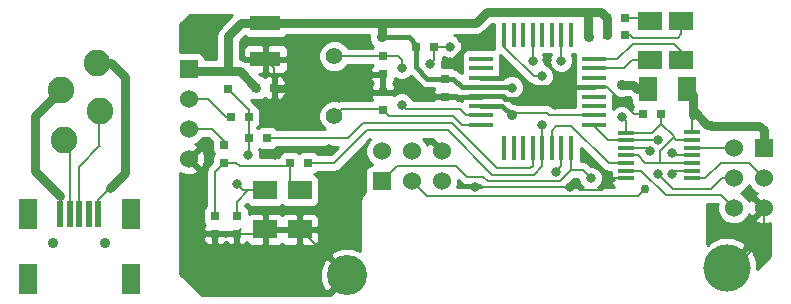
<source format=gtl>
G04 (created by PCBNEW-RS274X (2011-11-27 BZR 3249)-stable) date 17/09/2012 7:08:21 p.m.*
G01*
G70*
G90*
%MOIN*%
G04 Gerber Fmt 3.4, Leading zero omitted, Abs format*
%FSLAX34Y34*%
G04 APERTURE LIST*
%ADD10C,0.006000*%
%ADD11R,0.055000X0.017000*%
%ADD12R,0.078700X0.017700*%
%ADD13R,0.017700X0.078700*%
%ADD14C,0.035400*%
%ADD15R,0.059100X0.098400*%
%ADD16R,0.019700X0.090600*%
%ADD17C,0.088600*%
%ADD18C,0.157500*%
%ADD19C,0.133900*%
%ADD20C,0.056000*%
%ADD21R,0.060000X0.060000*%
%ADD22C,0.060000*%
%ADD23R,0.031500X0.025000*%
%ADD24R,0.080000X0.060000*%
%ADD25R,0.060000X0.080000*%
%ADD26R,0.100000X0.050000*%
%ADD27R,0.025000X0.031500*%
%ADD28C,0.035000*%
%ADD29C,0.031500*%
%ADD30C,0.030000*%
%ADD31C,0.030000*%
%ADD32C,0.015700*%
%ADD33C,0.008000*%
%ADD34C,0.010000*%
G04 APERTURE END LIST*
G54D10*
G54D11*
X21112Y-05063D03*
X21112Y-05313D03*
X21112Y-05573D03*
X21112Y-05823D03*
X21112Y-06083D03*
X21112Y-06338D03*
X21112Y-06593D03*
X23312Y-06593D03*
X23312Y-06338D03*
X23312Y-06083D03*
X23312Y-05823D03*
X23312Y-05568D03*
X23312Y-05313D03*
X23312Y-05058D03*
G54D12*
X16266Y-04806D03*
X16266Y-04491D03*
X16266Y-04176D03*
X16266Y-03861D03*
X16266Y-03546D03*
X16266Y-03231D03*
X16266Y-02916D03*
X16266Y-02601D03*
X20032Y-02603D03*
X20032Y-04813D03*
X20032Y-04493D03*
X20032Y-04173D03*
X20032Y-03863D03*
X20032Y-03543D03*
X20032Y-03233D03*
X20032Y-02913D03*
G54D13*
X17050Y-01813D03*
X17364Y-01813D03*
X17680Y-01813D03*
X17994Y-01813D03*
X18310Y-01813D03*
X18624Y-01813D03*
X18940Y-01813D03*
X19254Y-01813D03*
X17052Y-05593D03*
X17362Y-05593D03*
X17682Y-05593D03*
X17992Y-05593D03*
X18302Y-05593D03*
X18622Y-05593D03*
X18942Y-05593D03*
X19262Y-05593D03*
G54D14*
X03740Y-08760D03*
X02008Y-08760D03*
G54D15*
X04587Y-09941D03*
X01161Y-09941D03*
X04587Y-07776D03*
X01161Y-07776D03*
G54D16*
X02874Y-07776D03*
X02559Y-07776D03*
X02244Y-07776D03*
X03189Y-07776D03*
X03504Y-07776D03*
G54D17*
X02283Y-03644D03*
G54D18*
X24462Y-09573D03*
G54D19*
X11812Y-09823D03*
G54D20*
X11382Y-04523D03*
X11382Y-02523D03*
G54D21*
X12962Y-06683D03*
G54D22*
X12962Y-05683D03*
X13962Y-06683D03*
X13962Y-05683D03*
X14962Y-06683D03*
X14962Y-05683D03*
G54D21*
X06522Y-02943D03*
G54D22*
X06522Y-03943D03*
X06522Y-04943D03*
X06522Y-05943D03*
G54D17*
X02381Y-05317D03*
X03562Y-04333D03*
X03464Y-02758D03*
G54D23*
X07402Y-08433D03*
X07402Y-07833D03*
X08122Y-08433D03*
X08122Y-07833D03*
G54D24*
X09072Y-08293D03*
X09072Y-06993D03*
X10222Y-08293D03*
X10222Y-06993D03*
G54D25*
X21822Y-03613D03*
X23122Y-03613D03*
G54D24*
X22952Y-01343D03*
X22952Y-02643D03*
X21892Y-01343D03*
X21892Y-02643D03*
G54D21*
X25697Y-05575D03*
G54D22*
X24697Y-05575D03*
X25697Y-06575D03*
X24697Y-06575D03*
X25697Y-07575D03*
X24697Y-07575D03*
G54D26*
X09082Y-01413D03*
X09082Y-02613D03*
G54D27*
X21062Y-01233D03*
X20462Y-01233D03*
X21062Y-01803D03*
X20462Y-01803D03*
G54D23*
X07702Y-06063D03*
X07702Y-05463D03*
G54D27*
X08522Y-04543D03*
X07922Y-04543D03*
X10502Y-06073D03*
X09902Y-06073D03*
X09122Y-05243D03*
X08522Y-05243D03*
G54D23*
X13002Y-04313D03*
X13002Y-03713D03*
G54D27*
X08782Y-03563D03*
X09382Y-03563D03*
G54D23*
X07842Y-03023D03*
X07842Y-03623D03*
X12992Y-02523D03*
X12992Y-03123D03*
G54D27*
X14102Y-02213D03*
X14702Y-02213D03*
X22268Y-04449D03*
X21668Y-04449D03*
G54D23*
X15082Y-03263D03*
X15082Y-03863D03*
G54D28*
X19862Y-01873D03*
G54D29*
X17292Y-03563D03*
G54D28*
X12962Y-01893D03*
X20960Y-03489D03*
X17292Y-04493D03*
G54D29*
X20962Y-04553D03*
X18942Y-02673D03*
X18302Y-03183D03*
X18312Y-04823D03*
X22638Y-05748D03*
X19921Y-06575D03*
X18772Y-06363D03*
X22652Y-06433D03*
X14572Y-02763D03*
X18002Y-02673D03*
X15252Y-02203D03*
G54D30*
X21742Y-06933D03*
G54D29*
X22162Y-05323D03*
X20962Y-04043D03*
X19242Y-06883D03*
X15642Y-01953D03*
X15232Y-02723D03*
X11921Y-07855D03*
X09072Y-04303D03*
X20472Y-06593D03*
X18472Y-02653D03*
X17912Y-03543D03*
X16582Y-01953D03*
X09072Y-10143D03*
X07162Y-10133D03*
G54D28*
X14512Y-03853D03*
G54D29*
X07542Y-01383D03*
X06512Y-09453D03*
X18742Y-04133D03*
X06392Y-02173D03*
X11220Y-05623D03*
X06502Y-08063D03*
X16062Y-06873D03*
X09072Y-09053D03*
X10772Y-10123D03*
X06642Y-01403D03*
X09409Y-05812D03*
X08512Y-05803D03*
X08152Y-06793D03*
X21912Y-05683D03*
X22172Y-06453D03*
X13622Y-02914D03*
X13622Y-04134D03*
G54D31*
X07842Y-03023D02*
X06602Y-03023D01*
X09082Y-01413D02*
X12962Y-01413D01*
G54D32*
X17275Y-03546D02*
X17292Y-03563D01*
G54D31*
X19852Y-01033D02*
X19852Y-01863D01*
X06602Y-03023D02*
X06522Y-02943D01*
X16102Y-01413D02*
X16482Y-01033D01*
X08782Y-03563D02*
X08762Y-03563D01*
G54D32*
X14102Y-02895D02*
X14102Y-02213D01*
G54D31*
X20262Y-01033D02*
X20462Y-01233D01*
X20960Y-03489D02*
X21346Y-03489D01*
G54D32*
X16266Y-04176D02*
X16975Y-04176D01*
G54D31*
X08762Y-03563D02*
X08222Y-03023D01*
G54D32*
X14102Y-02213D02*
X14102Y-02134D01*
X14102Y-02134D02*
X13861Y-01893D01*
X14470Y-03263D02*
X14102Y-02895D01*
G54D33*
X17375Y-04410D02*
X17292Y-04493D01*
G54D32*
X13861Y-01893D02*
X12962Y-01893D01*
G54D33*
X18547Y-04493D02*
X18464Y-04410D01*
G54D32*
X16975Y-04176D02*
X17292Y-04493D01*
X15082Y-03263D02*
X14470Y-03263D01*
G54D33*
X20032Y-04493D02*
X18547Y-04493D01*
G54D31*
X21346Y-03489D02*
X21470Y-03613D01*
X07842Y-01853D02*
X08282Y-01413D01*
X20462Y-01233D02*
X20462Y-01803D01*
G54D33*
X18464Y-04410D02*
X17375Y-04410D01*
G54D31*
X12962Y-01413D02*
X16102Y-01413D01*
X16482Y-01033D02*
X19852Y-01033D01*
X08282Y-01413D02*
X09082Y-01413D01*
X07842Y-03023D02*
X07842Y-01853D01*
X12962Y-01413D02*
X12962Y-01893D01*
G54D32*
X16266Y-03546D02*
X17275Y-03546D01*
X15635Y-03546D02*
X16266Y-03546D01*
G54D31*
X19852Y-01033D02*
X20262Y-01033D01*
X08222Y-03023D02*
X07842Y-03023D01*
G54D32*
X15082Y-03263D02*
X15352Y-03263D01*
G54D31*
X19852Y-01863D02*
X19862Y-01873D01*
G54D32*
X15352Y-03263D02*
X15635Y-03546D01*
G54D31*
X21470Y-03613D02*
X21822Y-03613D01*
G54D33*
X22244Y-06083D02*
X22244Y-05670D01*
X21102Y-04693D02*
X21102Y-04693D01*
X18942Y-02673D02*
X18940Y-02671D01*
X22283Y-04464D02*
X22268Y-04449D01*
X21112Y-05823D02*
X21492Y-05823D01*
X21492Y-05823D02*
X21752Y-06083D01*
X21112Y-05063D02*
X21984Y-05063D01*
X21984Y-05063D02*
X22283Y-04764D01*
X22692Y-05173D02*
X22283Y-04764D01*
X22244Y-06083D02*
X23312Y-06083D01*
X21102Y-04693D02*
X20962Y-04553D01*
X22692Y-05222D02*
X22692Y-05243D01*
X21112Y-05063D02*
X21112Y-04703D01*
X18940Y-02671D02*
X18940Y-01813D01*
X22192Y-06083D02*
X22244Y-06083D01*
X21752Y-06083D02*
X22192Y-06083D01*
X21112Y-04703D02*
X21102Y-04693D01*
X22692Y-05243D02*
X22762Y-05313D01*
X22283Y-04764D02*
X22283Y-04464D01*
X22244Y-05670D02*
X22692Y-05222D01*
X22762Y-05313D02*
X23312Y-05313D01*
X22283Y-04764D02*
X22272Y-04753D01*
X22692Y-05243D02*
X22692Y-05173D01*
X17050Y-02211D02*
X18022Y-03183D01*
X18022Y-03183D02*
X18302Y-03183D01*
X18302Y-06193D02*
X18302Y-05593D01*
X15182Y-04993D02*
X12462Y-04993D01*
X18302Y-04833D02*
X18302Y-05593D01*
X15182Y-04993D02*
X16652Y-06463D01*
X16652Y-06463D02*
X18032Y-06463D01*
X12462Y-04993D02*
X11382Y-06073D01*
X18312Y-04823D02*
X18302Y-04833D01*
X18032Y-06463D02*
X18302Y-06193D01*
X17050Y-01813D02*
X17050Y-02211D01*
X10502Y-06073D02*
X11382Y-06073D01*
X15302Y-04743D02*
X12322Y-04743D01*
X09122Y-05243D02*
X11822Y-05243D01*
X17912Y-06253D02*
X17992Y-06173D01*
X16812Y-06253D02*
X17912Y-06253D01*
X16812Y-06253D02*
X15302Y-04743D01*
X12322Y-04743D02*
X11822Y-05243D01*
X17992Y-06173D02*
X17992Y-05593D01*
X19659Y-06313D02*
X19262Y-06313D01*
X15442Y-06173D02*
X13472Y-06173D01*
X23312Y-05823D02*
X23302Y-05833D01*
X15802Y-06533D02*
X15442Y-06173D01*
X19659Y-06313D02*
X19921Y-06575D01*
X16352Y-06533D02*
X16492Y-06673D01*
X12962Y-06683D02*
X13472Y-06173D01*
X19262Y-06313D02*
X19262Y-05593D01*
X18902Y-06673D02*
X19262Y-06313D01*
X15802Y-06533D02*
X16352Y-06533D01*
X22713Y-05823D02*
X23312Y-05823D01*
X22713Y-05823D02*
X22638Y-05748D01*
X16492Y-06673D02*
X18902Y-06673D01*
X19262Y-06323D02*
X19262Y-06313D01*
X22747Y-06338D02*
X22652Y-06433D01*
X23312Y-06338D02*
X22747Y-06338D01*
X18942Y-06193D02*
X18942Y-05593D01*
X18772Y-06363D02*
X18942Y-06193D01*
X18002Y-02673D02*
X17994Y-02665D01*
X15242Y-02213D02*
X15252Y-02203D01*
X17994Y-01813D02*
X17994Y-02665D01*
X15242Y-02213D02*
X14702Y-02213D01*
X14702Y-02633D02*
X14702Y-02213D01*
X14572Y-02763D02*
X14702Y-02633D01*
X18622Y-05593D02*
X18622Y-05003D01*
X20522Y-06083D02*
X21112Y-06083D01*
X18782Y-04843D02*
X19282Y-04843D01*
X19282Y-04843D02*
X20522Y-06083D01*
X18622Y-05003D02*
X18782Y-04843D01*
X20032Y-04843D02*
X20502Y-05313D01*
X20032Y-04843D02*
X20032Y-04813D01*
X21456Y-07183D02*
X21492Y-07183D01*
X21456Y-07183D02*
X14462Y-07183D01*
X22152Y-05313D02*
X22162Y-05323D01*
X21112Y-05313D02*
X20502Y-05313D01*
X22162Y-05323D02*
X21122Y-05323D01*
X21492Y-07183D02*
X21742Y-06933D01*
X13962Y-06683D02*
X14462Y-07183D01*
X21122Y-05323D02*
X21112Y-05313D01*
X20472Y-06813D02*
X20472Y-06593D01*
X08122Y-08433D02*
X08932Y-08433D01*
X14512Y-03853D02*
X14512Y-03863D01*
X19476Y-06883D02*
X19586Y-06993D01*
G54D32*
X17518Y-03937D02*
X17912Y-03543D01*
G54D33*
X25700Y-08575D02*
X25712Y-08563D01*
X20292Y-06993D02*
X20472Y-06813D01*
X21368Y-04449D02*
X20962Y-04043D01*
X09072Y-10143D02*
X09092Y-10123D01*
X17902Y-03553D02*
X17902Y-03533D01*
X20462Y-03543D02*
X20962Y-04043D01*
X06472Y-08033D02*
X06472Y-08013D01*
X06892Y-08433D02*
X06522Y-08063D01*
G54D32*
X17088Y-03111D02*
X17480Y-03111D01*
X15432Y-03863D02*
X16264Y-03863D01*
X16968Y-03231D02*
X17088Y-03111D01*
G54D33*
X20462Y-03543D02*
X20032Y-03543D01*
X14052Y-03863D02*
X13902Y-03713D01*
X09072Y-08293D02*
X08922Y-08443D01*
X09532Y-03713D02*
X09382Y-03563D01*
X07402Y-08433D02*
X08122Y-08433D01*
X19242Y-06883D02*
X19476Y-06883D01*
G54D32*
X17480Y-03111D02*
X17912Y-03543D01*
G54D33*
X12982Y-03133D02*
X12992Y-03123D01*
X13002Y-03133D02*
X12992Y-03123D01*
G54D32*
X15082Y-03863D02*
X15432Y-03863D01*
G54D33*
X20472Y-06593D02*
X21112Y-06593D01*
X11141Y-05544D02*
X09677Y-05544D01*
X10222Y-08293D02*
X11483Y-08293D01*
X06512Y-09483D02*
X06512Y-09453D01*
X09382Y-02913D02*
X09082Y-02613D01*
X07162Y-10133D02*
X06512Y-09483D01*
X13002Y-03713D02*
X09532Y-03713D01*
G54D32*
X16266Y-03231D02*
X16968Y-03231D01*
G54D33*
X24462Y-09573D02*
X24702Y-09573D01*
G54D32*
X16266Y-03861D02*
X17010Y-03861D01*
G54D33*
X15642Y-02313D02*
X15642Y-01953D01*
X10412Y-08293D02*
X10222Y-08293D01*
X21668Y-04449D02*
X21368Y-04449D01*
X15232Y-02723D02*
X15642Y-02313D01*
X13902Y-03713D02*
X13002Y-03713D01*
X07402Y-08433D02*
X06892Y-08433D01*
X09382Y-03563D02*
X09382Y-02913D01*
X09072Y-08293D02*
X09072Y-09053D01*
X08122Y-08433D02*
X08262Y-08293D01*
X24702Y-09573D02*
X25700Y-08575D01*
X13002Y-03713D02*
X13002Y-03133D01*
X08932Y-08433D02*
X09072Y-08293D01*
X11812Y-09823D02*
X11752Y-09823D01*
X25700Y-07578D02*
X25697Y-07575D01*
X06392Y-02173D02*
X06642Y-01923D01*
X06642Y-01923D02*
X06642Y-01403D01*
X17912Y-03543D02*
X17902Y-03533D01*
X09322Y-04053D02*
X09322Y-03623D01*
X11483Y-08293D02*
X11921Y-07855D01*
X25700Y-07578D02*
X25697Y-07575D01*
X09677Y-05544D02*
X09409Y-05812D01*
G54D32*
X17010Y-03861D02*
X17086Y-03937D01*
G54D33*
X09322Y-03623D02*
X09382Y-03563D01*
X19586Y-06993D02*
X20292Y-06993D01*
X19242Y-06883D02*
X16072Y-06883D01*
X25700Y-08575D02*
X25700Y-07578D01*
X06502Y-08063D02*
X06472Y-08033D01*
X11220Y-05623D02*
X11141Y-05544D01*
X14512Y-03863D02*
X14052Y-03863D01*
X16072Y-06883D02*
X16062Y-06873D01*
G54D32*
X17086Y-03937D02*
X17518Y-03937D01*
G54D33*
X11752Y-09823D02*
X10222Y-08293D01*
G54D32*
X20032Y-03543D02*
X17912Y-03543D01*
G54D33*
X09072Y-08293D02*
X10222Y-08293D01*
X09072Y-04303D02*
X09322Y-04053D01*
X09092Y-10123D02*
X10772Y-10123D01*
X15082Y-03863D02*
X14512Y-03863D01*
G54D32*
X16264Y-03863D02*
X16266Y-03861D01*
G54D33*
X21294Y-02643D02*
X21892Y-02643D01*
X20032Y-02913D02*
X21024Y-02913D01*
X21024Y-02913D02*
X21294Y-02643D01*
X08352Y-06993D02*
X09072Y-06993D01*
X08522Y-05243D02*
X08522Y-05793D01*
X08492Y-06993D02*
X09072Y-06993D01*
X08522Y-05243D02*
X08522Y-04543D01*
X08522Y-04303D02*
X07842Y-03623D01*
X08152Y-06793D02*
X08352Y-06993D01*
X08122Y-07363D02*
X08492Y-06993D01*
X08522Y-04543D02*
X08522Y-04303D01*
X08522Y-05793D02*
X08512Y-05803D01*
X08122Y-07833D02*
X08122Y-07363D01*
X07702Y-05463D02*
X07702Y-05353D01*
X07292Y-04943D02*
X06522Y-04943D01*
X07702Y-05353D02*
X07292Y-04943D01*
X07922Y-04543D02*
X07772Y-04543D01*
X07172Y-03943D02*
X06522Y-03943D01*
X07772Y-04543D02*
X07172Y-03943D01*
X24291Y-07169D02*
X24697Y-07575D01*
X24292Y-07153D02*
X24291Y-07153D01*
X21612Y-06338D02*
X21112Y-06338D01*
X24291Y-07153D02*
X24291Y-07169D01*
X24291Y-07153D02*
X22427Y-07153D01*
X22427Y-07153D02*
X21612Y-06338D01*
X23312Y-05568D02*
X24690Y-05568D01*
X24690Y-05568D02*
X24697Y-05575D01*
X23319Y-05575D02*
X23312Y-05568D01*
X21802Y-05573D02*
X21112Y-05573D01*
X23922Y-06943D02*
X22662Y-06943D01*
X22662Y-06943D02*
X22172Y-06453D01*
X24291Y-06574D02*
X24696Y-06574D01*
X21802Y-05573D02*
X21912Y-05683D01*
X24291Y-06574D02*
X23922Y-06943D01*
X24292Y-06573D02*
X24291Y-06574D01*
X24696Y-06574D02*
X24697Y-06575D01*
X23752Y-06593D02*
X24272Y-06073D01*
X23312Y-06593D02*
X23752Y-06593D01*
X25197Y-06075D02*
X25697Y-06575D01*
X25197Y-06073D02*
X25197Y-06075D01*
X25197Y-06073D02*
X25212Y-06073D01*
X24272Y-06073D02*
X25197Y-06073D01*
X09902Y-06673D02*
X10222Y-06993D01*
X09792Y-06183D02*
X09902Y-06073D01*
X09902Y-06073D02*
X09902Y-06673D01*
X07702Y-06063D02*
X08112Y-06063D01*
X08232Y-06183D02*
X09792Y-06183D01*
X07402Y-07833D02*
X07402Y-06363D01*
X08112Y-06063D02*
X08232Y-06183D01*
X07402Y-06363D02*
X07702Y-06063D01*
X21062Y-01233D02*
X21782Y-01233D01*
X21782Y-01233D02*
X21892Y-01343D01*
X02244Y-07776D02*
X02244Y-07167D01*
G54D31*
X01416Y-04511D02*
X02283Y-03644D01*
X01416Y-06339D02*
X01416Y-04511D01*
X02243Y-07166D02*
X01416Y-06339D01*
G54D33*
X02244Y-07167D02*
X02243Y-07166D01*
X03553Y-04342D02*
X03562Y-04333D01*
X03553Y-05523D02*
X03553Y-04342D01*
X03553Y-05523D02*
X03562Y-05514D01*
X02874Y-06202D02*
X02873Y-06203D01*
X02893Y-06183D02*
X03553Y-05523D01*
X02873Y-06203D02*
X02893Y-06183D01*
X02874Y-07776D02*
X02874Y-06202D01*
G54D31*
X03938Y-02758D02*
X03464Y-02758D01*
X04408Y-03228D02*
X03938Y-02758D01*
X04408Y-03504D02*
X04408Y-03228D01*
X04408Y-03465D02*
X04408Y-03504D01*
G54D33*
X03504Y-07322D02*
X03917Y-06909D01*
G54D31*
X04408Y-06418D02*
X04408Y-03504D01*
X03917Y-06909D02*
X04408Y-06418D01*
G54D33*
X03504Y-07776D02*
X03504Y-07322D01*
X15562Y-04283D02*
X13771Y-04283D01*
X13012Y-02543D02*
X12992Y-02523D01*
X13622Y-02639D02*
X13622Y-02914D01*
X13771Y-04283D02*
X13622Y-04134D01*
X13506Y-02523D02*
X13622Y-02639D01*
X16266Y-04491D02*
X15770Y-04491D01*
X11382Y-02523D02*
X12992Y-02523D01*
X15770Y-04491D02*
X15562Y-04283D01*
X13506Y-02523D02*
X12992Y-02523D01*
X02558Y-05494D02*
X02381Y-05317D01*
X02558Y-05494D02*
X02381Y-05317D01*
X02559Y-05495D02*
X02381Y-05317D01*
X02559Y-07776D02*
X02559Y-05495D01*
X22952Y-02643D02*
X22952Y-02343D01*
X20042Y-02613D02*
X20032Y-02603D01*
X22712Y-02103D02*
X22952Y-02343D01*
X20812Y-02613D02*
X20042Y-02613D01*
X21322Y-02103D02*
X22712Y-02103D01*
X21322Y-02103D02*
X20812Y-02613D01*
X22822Y-01903D02*
X22952Y-01773D01*
X22952Y-01773D02*
X22952Y-01343D01*
X21062Y-01803D02*
X21232Y-01803D01*
X21332Y-01903D02*
X22822Y-01903D01*
X21232Y-01803D02*
X21332Y-01903D01*
X15342Y-04503D02*
X13192Y-04503D01*
X11642Y-04263D02*
X12952Y-04263D01*
X13192Y-04503D02*
X13002Y-04313D01*
X12952Y-04263D02*
X13002Y-04313D01*
X16266Y-04806D02*
X15645Y-04806D01*
X15645Y-04806D02*
X15342Y-04503D01*
X11382Y-04523D02*
X11642Y-04263D01*
G54D31*
X23922Y-04804D02*
X23819Y-04804D01*
X23819Y-04804D02*
X23322Y-04307D01*
G54D33*
X23312Y-05058D02*
X23312Y-04473D01*
X23312Y-04473D02*
X23322Y-04463D01*
X23322Y-04463D02*
X23312Y-04473D01*
G54D31*
X23322Y-04463D02*
X23322Y-04307D01*
X23322Y-04307D02*
X23322Y-03813D01*
X23322Y-03813D02*
X23122Y-03613D01*
G54D33*
X23312Y-04473D02*
X23322Y-04463D01*
G54D31*
X25541Y-04833D02*
X25697Y-04989D01*
X23922Y-04833D02*
X23922Y-04804D01*
X23922Y-04804D02*
X23922Y-04803D01*
G54D33*
X23912Y-04833D02*
X23922Y-04833D01*
G54D31*
X23922Y-04833D02*
X25541Y-04833D01*
X25697Y-04989D02*
X25697Y-05575D01*
G54D10*
G36*
X07981Y-01148D02*
X07559Y-01570D01*
X07472Y-01700D01*
X07442Y-01853D01*
X07442Y-02623D01*
X07071Y-02623D01*
X07071Y-02594D01*
X07033Y-02502D01*
X06963Y-02432D01*
X06872Y-02394D01*
X06773Y-02394D01*
X06250Y-02394D01*
X06250Y-01458D01*
X06560Y-01148D01*
X07981Y-01148D01*
X07981Y-01148D01*
G37*
G54D34*
X07981Y-01148D02*
X07559Y-01570D01*
X07472Y-01700D01*
X07442Y-01853D01*
X07442Y-02623D01*
X07071Y-02623D01*
X07071Y-02594D01*
X07033Y-02502D01*
X06963Y-02432D01*
X06872Y-02394D01*
X06773Y-02394D01*
X06250Y-02394D01*
X06250Y-01458D01*
X06560Y-01148D01*
X07981Y-01148D01*
G54D10*
G36*
X11512Y-05533D02*
X11262Y-05783D01*
X10841Y-05783D01*
X10838Y-05775D01*
X10768Y-05705D01*
X10677Y-05667D01*
X10578Y-05667D01*
X10328Y-05667D01*
X10236Y-05705D01*
X10202Y-05739D01*
X10168Y-05705D01*
X10077Y-05667D01*
X09978Y-05667D01*
X09728Y-05667D01*
X09636Y-05705D01*
X09566Y-05775D01*
X09528Y-05866D01*
X09528Y-05893D01*
X08914Y-05893D01*
X08918Y-05884D01*
X08918Y-05723D01*
X08874Y-05618D01*
X08947Y-05649D01*
X09046Y-05649D01*
X09296Y-05649D01*
X09388Y-05611D01*
X09458Y-05541D01*
X09461Y-05533D01*
X11512Y-05533D01*
X11512Y-05533D01*
G37*
G54D34*
X11512Y-05533D02*
X11262Y-05783D01*
X10841Y-05783D01*
X10838Y-05775D01*
X10768Y-05705D01*
X10677Y-05667D01*
X10578Y-05667D01*
X10328Y-05667D01*
X10236Y-05705D01*
X10202Y-05739D01*
X10168Y-05705D01*
X10077Y-05667D01*
X09978Y-05667D01*
X09728Y-05667D01*
X09636Y-05705D01*
X09566Y-05775D01*
X09528Y-05866D01*
X09528Y-05893D01*
X08914Y-05893D01*
X08918Y-05884D01*
X08918Y-05723D01*
X08874Y-05618D01*
X08947Y-05649D01*
X09046Y-05649D01*
X09296Y-05649D01*
X09388Y-05611D01*
X09458Y-05541D01*
X09461Y-05533D01*
X11512Y-05533D01*
G54D10*
G36*
X12637Y-06134D02*
X12613Y-06134D01*
X12521Y-06172D01*
X12451Y-06242D01*
X12413Y-06333D01*
X12413Y-06432D01*
X12413Y-07032D01*
X12420Y-07050D01*
X12332Y-07109D01*
X12262Y-07215D01*
X12237Y-07339D01*
X12237Y-09022D01*
X11977Y-08919D01*
X11619Y-08924D01*
X11313Y-09052D01*
X11243Y-09183D01*
X11777Y-09717D01*
X11812Y-09752D01*
X11883Y-09823D01*
X11812Y-09894D01*
X11777Y-09929D01*
X11741Y-09965D01*
X11741Y-09823D01*
X11172Y-09254D01*
X11041Y-09324D01*
X10908Y-09658D01*
X10913Y-10016D01*
X11041Y-10322D01*
X11172Y-10392D01*
X11741Y-09823D01*
X11741Y-09965D01*
X11243Y-10463D01*
X11256Y-10488D01*
X10872Y-10488D01*
X10872Y-08405D01*
X10872Y-08181D01*
X10871Y-07944D01*
X10833Y-07852D01*
X10763Y-07782D01*
X10672Y-07744D01*
X10573Y-07744D01*
X10334Y-07743D01*
X10272Y-07805D01*
X10272Y-08243D01*
X10810Y-08243D01*
X10872Y-08181D01*
X10872Y-08405D01*
X10810Y-08343D01*
X10272Y-08343D01*
X10272Y-08781D01*
X10334Y-08843D01*
X10573Y-08842D01*
X10672Y-08842D01*
X10763Y-08804D01*
X10833Y-08734D01*
X10871Y-08642D01*
X10872Y-08405D01*
X10872Y-10488D01*
X10172Y-10488D01*
X10172Y-08781D01*
X10172Y-08343D01*
X10172Y-08243D01*
X10172Y-07805D01*
X10110Y-07743D01*
X09871Y-07744D01*
X09772Y-07744D01*
X09681Y-07782D01*
X09647Y-07816D01*
X09613Y-07782D01*
X09522Y-07744D01*
X09423Y-07744D01*
X09184Y-07743D01*
X09122Y-07805D01*
X09122Y-08243D01*
X09634Y-08243D01*
X09660Y-08243D01*
X10172Y-08243D01*
X10172Y-08343D01*
X09660Y-08343D01*
X09634Y-08343D01*
X09122Y-08343D01*
X09122Y-08781D01*
X09184Y-08843D01*
X09423Y-08842D01*
X09522Y-08842D01*
X09613Y-08804D01*
X09647Y-08770D01*
X09681Y-08804D01*
X09772Y-08842D01*
X09871Y-08842D01*
X10110Y-08843D01*
X10172Y-08781D01*
X10172Y-10488D01*
X08072Y-10488D01*
X08072Y-08746D01*
X08072Y-08483D01*
X07777Y-08483D01*
X07762Y-08498D01*
X07747Y-08483D01*
X07452Y-08483D01*
X07452Y-08746D01*
X07513Y-08807D01*
X07609Y-08807D01*
X07700Y-08769D01*
X07762Y-08707D01*
X07824Y-08769D01*
X07915Y-08807D01*
X08011Y-08807D01*
X08072Y-08746D01*
X08072Y-10488D01*
X07352Y-10488D01*
X07352Y-08746D01*
X07352Y-08483D01*
X07057Y-08483D01*
X06995Y-08545D01*
X06996Y-08607D01*
X07034Y-08699D01*
X07104Y-08769D01*
X07195Y-08807D01*
X07291Y-08807D01*
X07352Y-08746D01*
X07352Y-10488D01*
X06966Y-10488D01*
X06250Y-09771D01*
X06250Y-06418D01*
X06443Y-06486D01*
X06656Y-06475D01*
X06803Y-06415D01*
X06830Y-06321D01*
X06557Y-06049D01*
X06522Y-06014D01*
X06451Y-05943D01*
X06522Y-05872D01*
X06557Y-05837D01*
X06830Y-05565D01*
X06803Y-05471D01*
X06737Y-05447D01*
X06833Y-05408D01*
X06987Y-05254D01*
X06995Y-05233D01*
X07172Y-05233D01*
X07296Y-05357D01*
X07296Y-05387D01*
X07296Y-05637D01*
X07334Y-05729D01*
X07368Y-05763D01*
X07334Y-05797D01*
X07296Y-05888D01*
X07296Y-05987D01*
X07296Y-06059D01*
X07197Y-06158D01*
X07134Y-06252D01*
X07112Y-06363D01*
X07112Y-07493D01*
X07104Y-07497D01*
X07065Y-07536D01*
X07065Y-06022D01*
X07054Y-05809D01*
X06994Y-05662D01*
X06900Y-05635D01*
X06593Y-05943D01*
X06900Y-06251D01*
X06994Y-06224D01*
X07065Y-06022D01*
X07065Y-07536D01*
X07034Y-07567D01*
X06996Y-07658D01*
X06996Y-07757D01*
X06996Y-08007D01*
X07034Y-08099D01*
X07068Y-08133D01*
X07034Y-08167D01*
X06996Y-08259D01*
X06995Y-08321D01*
X07057Y-08383D01*
X07302Y-08383D01*
X07352Y-08383D01*
X07452Y-08383D01*
X07502Y-08383D01*
X07747Y-08383D01*
X07762Y-08368D01*
X07777Y-08383D01*
X08022Y-08383D01*
X08072Y-08383D01*
X08172Y-08383D01*
X08172Y-08483D01*
X08172Y-08533D01*
X08172Y-08746D01*
X08233Y-08807D01*
X08329Y-08807D01*
X08420Y-08769D01*
X08459Y-08729D01*
X08461Y-08734D01*
X08531Y-08804D01*
X08622Y-08842D01*
X08721Y-08842D01*
X08960Y-08843D01*
X09022Y-08781D01*
X09022Y-08393D01*
X09022Y-08343D01*
X09022Y-08243D01*
X09022Y-08193D01*
X09022Y-07805D01*
X08960Y-07743D01*
X08721Y-07744D01*
X08622Y-07744D01*
X08531Y-07782D01*
X08528Y-07785D01*
X08528Y-07659D01*
X08490Y-07567D01*
X08420Y-07497D01*
X08412Y-07493D01*
X08412Y-07483D01*
X08461Y-07434D01*
X08531Y-07504D01*
X08622Y-07542D01*
X08721Y-07542D01*
X09521Y-07542D01*
X09613Y-07504D01*
X09647Y-07470D01*
X09681Y-07504D01*
X09772Y-07542D01*
X09871Y-07542D01*
X10671Y-07542D01*
X10763Y-07504D01*
X10833Y-07434D01*
X10871Y-07343D01*
X10871Y-07244D01*
X10871Y-06644D01*
X10833Y-06552D01*
X10763Y-06482D01*
X10716Y-06462D01*
X10768Y-06441D01*
X10838Y-06371D01*
X10841Y-06363D01*
X11382Y-06363D01*
X11493Y-06341D01*
X11587Y-06278D01*
X12582Y-05283D01*
X12586Y-05283D01*
X12497Y-05372D01*
X12413Y-05574D01*
X12413Y-05792D01*
X12497Y-05994D01*
X12637Y-06134D01*
X12637Y-06134D01*
G37*
G54D34*
X12637Y-06134D02*
X12613Y-06134D01*
X12521Y-06172D01*
X12451Y-06242D01*
X12413Y-06333D01*
X12413Y-06432D01*
X12413Y-07032D01*
X12420Y-07050D01*
X12332Y-07109D01*
X12262Y-07215D01*
X12237Y-07339D01*
X12237Y-09022D01*
X11977Y-08919D01*
X11619Y-08924D01*
X11313Y-09052D01*
X11243Y-09183D01*
X11777Y-09717D01*
X11812Y-09752D01*
X11883Y-09823D01*
X11812Y-09894D01*
X11777Y-09929D01*
X11741Y-09965D01*
X11741Y-09823D01*
X11172Y-09254D01*
X11041Y-09324D01*
X10908Y-09658D01*
X10913Y-10016D01*
X11041Y-10322D01*
X11172Y-10392D01*
X11741Y-09823D01*
X11741Y-09965D01*
X11243Y-10463D01*
X11256Y-10488D01*
X10872Y-10488D01*
X10872Y-08405D01*
X10872Y-08181D01*
X10871Y-07944D01*
X10833Y-07852D01*
X10763Y-07782D01*
X10672Y-07744D01*
X10573Y-07744D01*
X10334Y-07743D01*
X10272Y-07805D01*
X10272Y-08243D01*
X10810Y-08243D01*
X10872Y-08181D01*
X10872Y-08405D01*
X10810Y-08343D01*
X10272Y-08343D01*
X10272Y-08781D01*
X10334Y-08843D01*
X10573Y-08842D01*
X10672Y-08842D01*
X10763Y-08804D01*
X10833Y-08734D01*
X10871Y-08642D01*
X10872Y-08405D01*
X10872Y-10488D01*
X10172Y-10488D01*
X10172Y-08781D01*
X10172Y-08343D01*
X10172Y-08243D01*
X10172Y-07805D01*
X10110Y-07743D01*
X09871Y-07744D01*
X09772Y-07744D01*
X09681Y-07782D01*
X09647Y-07816D01*
X09613Y-07782D01*
X09522Y-07744D01*
X09423Y-07744D01*
X09184Y-07743D01*
X09122Y-07805D01*
X09122Y-08243D01*
X09634Y-08243D01*
X09660Y-08243D01*
X10172Y-08243D01*
X10172Y-08343D01*
X09660Y-08343D01*
X09634Y-08343D01*
X09122Y-08343D01*
X09122Y-08781D01*
X09184Y-08843D01*
X09423Y-08842D01*
X09522Y-08842D01*
X09613Y-08804D01*
X09647Y-08770D01*
X09681Y-08804D01*
X09772Y-08842D01*
X09871Y-08842D01*
X10110Y-08843D01*
X10172Y-08781D01*
X10172Y-10488D01*
X08072Y-10488D01*
X08072Y-08746D01*
X08072Y-08483D01*
X07777Y-08483D01*
X07762Y-08498D01*
X07747Y-08483D01*
X07452Y-08483D01*
X07452Y-08746D01*
X07513Y-08807D01*
X07609Y-08807D01*
X07700Y-08769D01*
X07762Y-08707D01*
X07824Y-08769D01*
X07915Y-08807D01*
X08011Y-08807D01*
X08072Y-08746D01*
X08072Y-10488D01*
X07352Y-10488D01*
X07352Y-08746D01*
X07352Y-08483D01*
X07057Y-08483D01*
X06995Y-08545D01*
X06996Y-08607D01*
X07034Y-08699D01*
X07104Y-08769D01*
X07195Y-08807D01*
X07291Y-08807D01*
X07352Y-08746D01*
X07352Y-10488D01*
X06966Y-10488D01*
X06250Y-09771D01*
X06250Y-06418D01*
X06443Y-06486D01*
X06656Y-06475D01*
X06803Y-06415D01*
X06830Y-06321D01*
X06557Y-06049D01*
X06522Y-06014D01*
X06451Y-05943D01*
X06522Y-05872D01*
X06557Y-05837D01*
X06830Y-05565D01*
X06803Y-05471D01*
X06737Y-05447D01*
X06833Y-05408D01*
X06987Y-05254D01*
X06995Y-05233D01*
X07172Y-05233D01*
X07296Y-05357D01*
X07296Y-05387D01*
X07296Y-05637D01*
X07334Y-05729D01*
X07368Y-05763D01*
X07334Y-05797D01*
X07296Y-05888D01*
X07296Y-05987D01*
X07296Y-06059D01*
X07197Y-06158D01*
X07134Y-06252D01*
X07112Y-06363D01*
X07112Y-07493D01*
X07104Y-07497D01*
X07065Y-07536D01*
X07065Y-06022D01*
X07054Y-05809D01*
X06994Y-05662D01*
X06900Y-05635D01*
X06593Y-05943D01*
X06900Y-06251D01*
X06994Y-06224D01*
X07065Y-06022D01*
X07065Y-07536D01*
X07034Y-07567D01*
X06996Y-07658D01*
X06996Y-07757D01*
X06996Y-08007D01*
X07034Y-08099D01*
X07068Y-08133D01*
X07034Y-08167D01*
X06996Y-08259D01*
X06995Y-08321D01*
X07057Y-08383D01*
X07302Y-08383D01*
X07352Y-08383D01*
X07452Y-08383D01*
X07502Y-08383D01*
X07747Y-08383D01*
X07762Y-08368D01*
X07777Y-08383D01*
X08022Y-08383D01*
X08072Y-08383D01*
X08172Y-08383D01*
X08172Y-08483D01*
X08172Y-08533D01*
X08172Y-08746D01*
X08233Y-08807D01*
X08329Y-08807D01*
X08420Y-08769D01*
X08459Y-08729D01*
X08461Y-08734D01*
X08531Y-08804D01*
X08622Y-08842D01*
X08721Y-08842D01*
X08960Y-08843D01*
X09022Y-08781D01*
X09022Y-08393D01*
X09022Y-08343D01*
X09022Y-08243D01*
X09022Y-08193D01*
X09022Y-07805D01*
X08960Y-07743D01*
X08721Y-07744D01*
X08622Y-07744D01*
X08531Y-07782D01*
X08528Y-07785D01*
X08528Y-07659D01*
X08490Y-07567D01*
X08420Y-07497D01*
X08412Y-07493D01*
X08412Y-07483D01*
X08461Y-07434D01*
X08531Y-07504D01*
X08622Y-07542D01*
X08721Y-07542D01*
X09521Y-07542D01*
X09613Y-07504D01*
X09647Y-07470D01*
X09681Y-07504D01*
X09772Y-07542D01*
X09871Y-07542D01*
X10671Y-07542D01*
X10763Y-07504D01*
X10833Y-07434D01*
X10871Y-07343D01*
X10871Y-07244D01*
X10871Y-06644D01*
X10833Y-06552D01*
X10763Y-06482D01*
X10716Y-06462D01*
X10768Y-06441D01*
X10838Y-06371D01*
X10841Y-06363D01*
X11382Y-06363D01*
X11493Y-06341D01*
X11587Y-06278D01*
X12582Y-05283D01*
X12586Y-05283D01*
X12497Y-05372D01*
X12413Y-05574D01*
X12413Y-05792D01*
X12497Y-05994D01*
X12637Y-06134D01*
G54D10*
G36*
X15033Y-05683D02*
X14962Y-05754D01*
X14891Y-05683D01*
X14856Y-05648D01*
X14584Y-05375D01*
X14490Y-05402D01*
X14466Y-05467D01*
X14427Y-05372D01*
X14338Y-05283D01*
X14660Y-05283D01*
X14654Y-05305D01*
X14927Y-05577D01*
X14962Y-05612D01*
X15033Y-05683D01*
X15033Y-05683D01*
G37*
G54D34*
X15033Y-05683D02*
X14962Y-05754D01*
X14891Y-05683D01*
X14856Y-05648D01*
X14584Y-05375D01*
X14490Y-05402D01*
X14466Y-05467D01*
X14427Y-05372D01*
X14338Y-05283D01*
X14660Y-05283D01*
X14654Y-05305D01*
X14927Y-05577D01*
X14962Y-05612D01*
X15033Y-05683D01*
G54D10*
G36*
X15629Y-03961D02*
X15624Y-03966D01*
X15624Y-03999D01*
X15626Y-04005D01*
X15562Y-03993D01*
X15488Y-03993D01*
X15489Y-03975D01*
X15427Y-03913D01*
X15182Y-03913D01*
X15132Y-03913D01*
X15032Y-03913D01*
X14982Y-03913D01*
X14737Y-03913D01*
X14675Y-03975D01*
X14675Y-03993D01*
X14002Y-03993D01*
X13966Y-03905D01*
X13853Y-03790D01*
X13703Y-03728D01*
X13542Y-03728D01*
X13393Y-03790D01*
X13383Y-03799D01*
X13347Y-03763D01*
X13102Y-03763D01*
X13052Y-03763D01*
X12952Y-03763D01*
X12952Y-03663D01*
X12952Y-03400D01*
X12942Y-03390D01*
X12942Y-03173D01*
X12647Y-03173D01*
X12585Y-03235D01*
X12586Y-03297D01*
X12624Y-03389D01*
X12658Y-03423D01*
X12634Y-03447D01*
X12596Y-03539D01*
X12595Y-03601D01*
X12657Y-03663D01*
X12952Y-03663D01*
X12952Y-03763D01*
X12902Y-03763D01*
X12657Y-03763D01*
X12595Y-03825D01*
X12596Y-03887D01*
X12631Y-03973D01*
X11642Y-03973D01*
X11548Y-03991D01*
X11530Y-03995D01*
X11516Y-04004D01*
X11515Y-04004D01*
X11488Y-03993D01*
X11277Y-03993D01*
X11082Y-04074D01*
X10933Y-04222D01*
X10852Y-04417D01*
X10852Y-04628D01*
X10933Y-04823D01*
X11062Y-04953D01*
X09832Y-04953D01*
X09832Y-02725D01*
X09832Y-02501D01*
X09831Y-02314D01*
X09793Y-02222D01*
X09723Y-02152D01*
X09632Y-02114D01*
X09533Y-02114D01*
X09194Y-02113D01*
X09132Y-02175D01*
X09132Y-02563D01*
X09770Y-02563D01*
X09832Y-02501D01*
X09832Y-02725D01*
X09770Y-02663D01*
X09132Y-02663D01*
X09132Y-03051D01*
X09194Y-03113D01*
X09533Y-03112D01*
X09632Y-03112D01*
X09723Y-03074D01*
X09793Y-03004D01*
X09831Y-02912D01*
X09832Y-02725D01*
X09832Y-04953D01*
X09756Y-04953D01*
X09756Y-03770D01*
X09756Y-03674D01*
X09756Y-03452D01*
X09756Y-03356D01*
X09718Y-03265D01*
X09648Y-03195D01*
X09556Y-03157D01*
X09494Y-03156D01*
X09432Y-03218D01*
X09432Y-03513D01*
X09695Y-03513D01*
X09756Y-03452D01*
X09756Y-03674D01*
X09695Y-03613D01*
X09432Y-03613D01*
X09432Y-03908D01*
X09494Y-03970D01*
X09556Y-03969D01*
X09648Y-03931D01*
X09718Y-03861D01*
X09756Y-03770D01*
X09756Y-04953D01*
X09461Y-04953D01*
X09458Y-04945D01*
X09388Y-04875D01*
X09297Y-04837D01*
X09198Y-04837D01*
X08948Y-04837D01*
X08856Y-04875D01*
X08822Y-04909D01*
X08812Y-04899D01*
X08812Y-04887D01*
X08858Y-04841D01*
X08896Y-04750D01*
X08896Y-04651D01*
X08896Y-04337D01*
X08858Y-04245D01*
X08788Y-04175D01*
X08775Y-04169D01*
X08774Y-04169D01*
X08727Y-04098D01*
X08727Y-04097D01*
X08592Y-03963D01*
X08607Y-03969D01*
X08706Y-03969D01*
X08956Y-03969D01*
X09048Y-03931D01*
X09082Y-03897D01*
X09116Y-03931D01*
X09208Y-03969D01*
X09270Y-03970D01*
X09332Y-03908D01*
X09332Y-03663D01*
X09332Y-03613D01*
X09332Y-03513D01*
X09332Y-03463D01*
X09332Y-03218D01*
X09270Y-03156D01*
X09208Y-03157D01*
X09116Y-03195D01*
X09082Y-03229D01*
X09048Y-03195D01*
X08957Y-03157D01*
X08921Y-03157D01*
X08877Y-03112D01*
X08970Y-03113D01*
X09032Y-03051D01*
X09032Y-02663D01*
X09032Y-02563D01*
X09032Y-02175D01*
X08970Y-02113D01*
X08631Y-02114D01*
X08532Y-02114D01*
X08441Y-02152D01*
X08371Y-02222D01*
X08333Y-02314D01*
X08332Y-02501D01*
X08394Y-02563D01*
X09032Y-02563D01*
X09032Y-02663D01*
X08394Y-02663D01*
X08392Y-02664D01*
X08375Y-02653D01*
X08242Y-02626D01*
X08242Y-02019D01*
X08414Y-01847D01*
X08441Y-01874D01*
X08532Y-01912D01*
X08631Y-01912D01*
X09631Y-01912D01*
X09723Y-01874D01*
X09784Y-01813D01*
X12537Y-01813D01*
X12537Y-01977D01*
X12601Y-02133D01*
X12674Y-02206D01*
X12648Y-02233D01*
X11835Y-02233D01*
X11831Y-02223D01*
X11683Y-02074D01*
X11488Y-01993D01*
X11277Y-01993D01*
X11082Y-02074D01*
X10933Y-02222D01*
X10852Y-02417D01*
X10852Y-02628D01*
X10933Y-02823D01*
X11081Y-02972D01*
X11276Y-03053D01*
X11487Y-03053D01*
X11682Y-02972D01*
X11831Y-02824D01*
X11835Y-02813D01*
X12648Y-02813D01*
X12658Y-02823D01*
X12624Y-02857D01*
X12586Y-02949D01*
X12585Y-03011D01*
X12647Y-03073D01*
X12892Y-03073D01*
X12942Y-03073D01*
X13042Y-03073D01*
X13042Y-03173D01*
X13042Y-03223D01*
X13042Y-03436D01*
X13052Y-03446D01*
X13052Y-03663D01*
X13347Y-03663D01*
X13409Y-03601D01*
X13408Y-03539D01*
X13370Y-03447D01*
X13336Y-03413D01*
X13360Y-03389D01*
X13398Y-03297D01*
X13398Y-03261D01*
X13541Y-03320D01*
X13702Y-03320D01*
X13851Y-03258D01*
X13926Y-03183D01*
X14238Y-03495D01*
X14344Y-03566D01*
X14345Y-03566D01*
X14470Y-03591D01*
X14720Y-03591D01*
X14714Y-03597D01*
X14676Y-03689D01*
X14675Y-03751D01*
X14737Y-03813D01*
X14982Y-03813D01*
X15032Y-03813D01*
X15132Y-03813D01*
X15182Y-03813D01*
X15427Y-03813D01*
X15438Y-03801D01*
X15509Y-03849D01*
X15510Y-03849D01*
X15623Y-03871D01*
X15623Y-03961D01*
X15629Y-03961D01*
X15629Y-03961D01*
G37*
G54D34*
X15629Y-03961D02*
X15624Y-03966D01*
X15624Y-03999D01*
X15626Y-04005D01*
X15562Y-03993D01*
X15488Y-03993D01*
X15489Y-03975D01*
X15427Y-03913D01*
X15182Y-03913D01*
X15132Y-03913D01*
X15032Y-03913D01*
X14982Y-03913D01*
X14737Y-03913D01*
X14675Y-03975D01*
X14675Y-03993D01*
X14002Y-03993D01*
X13966Y-03905D01*
X13853Y-03790D01*
X13703Y-03728D01*
X13542Y-03728D01*
X13393Y-03790D01*
X13383Y-03799D01*
X13347Y-03763D01*
X13102Y-03763D01*
X13052Y-03763D01*
X12952Y-03763D01*
X12952Y-03663D01*
X12952Y-03400D01*
X12942Y-03390D01*
X12942Y-03173D01*
X12647Y-03173D01*
X12585Y-03235D01*
X12586Y-03297D01*
X12624Y-03389D01*
X12658Y-03423D01*
X12634Y-03447D01*
X12596Y-03539D01*
X12595Y-03601D01*
X12657Y-03663D01*
X12952Y-03663D01*
X12952Y-03763D01*
X12902Y-03763D01*
X12657Y-03763D01*
X12595Y-03825D01*
X12596Y-03887D01*
X12631Y-03973D01*
X11642Y-03973D01*
X11548Y-03991D01*
X11530Y-03995D01*
X11516Y-04004D01*
X11515Y-04004D01*
X11488Y-03993D01*
X11277Y-03993D01*
X11082Y-04074D01*
X10933Y-04222D01*
X10852Y-04417D01*
X10852Y-04628D01*
X10933Y-04823D01*
X11062Y-04953D01*
X09832Y-04953D01*
X09832Y-02725D01*
X09832Y-02501D01*
X09831Y-02314D01*
X09793Y-02222D01*
X09723Y-02152D01*
X09632Y-02114D01*
X09533Y-02114D01*
X09194Y-02113D01*
X09132Y-02175D01*
X09132Y-02563D01*
X09770Y-02563D01*
X09832Y-02501D01*
X09832Y-02725D01*
X09770Y-02663D01*
X09132Y-02663D01*
X09132Y-03051D01*
X09194Y-03113D01*
X09533Y-03112D01*
X09632Y-03112D01*
X09723Y-03074D01*
X09793Y-03004D01*
X09831Y-02912D01*
X09832Y-02725D01*
X09832Y-04953D01*
X09756Y-04953D01*
X09756Y-03770D01*
X09756Y-03674D01*
X09756Y-03452D01*
X09756Y-03356D01*
X09718Y-03265D01*
X09648Y-03195D01*
X09556Y-03157D01*
X09494Y-03156D01*
X09432Y-03218D01*
X09432Y-03513D01*
X09695Y-03513D01*
X09756Y-03452D01*
X09756Y-03674D01*
X09695Y-03613D01*
X09432Y-03613D01*
X09432Y-03908D01*
X09494Y-03970D01*
X09556Y-03969D01*
X09648Y-03931D01*
X09718Y-03861D01*
X09756Y-03770D01*
X09756Y-04953D01*
X09461Y-04953D01*
X09458Y-04945D01*
X09388Y-04875D01*
X09297Y-04837D01*
X09198Y-04837D01*
X08948Y-04837D01*
X08856Y-04875D01*
X08822Y-04909D01*
X08812Y-04899D01*
X08812Y-04887D01*
X08858Y-04841D01*
X08896Y-04750D01*
X08896Y-04651D01*
X08896Y-04337D01*
X08858Y-04245D01*
X08788Y-04175D01*
X08775Y-04169D01*
X08774Y-04169D01*
X08727Y-04098D01*
X08727Y-04097D01*
X08592Y-03963D01*
X08607Y-03969D01*
X08706Y-03969D01*
X08956Y-03969D01*
X09048Y-03931D01*
X09082Y-03897D01*
X09116Y-03931D01*
X09208Y-03969D01*
X09270Y-03970D01*
X09332Y-03908D01*
X09332Y-03663D01*
X09332Y-03613D01*
X09332Y-03513D01*
X09332Y-03463D01*
X09332Y-03218D01*
X09270Y-03156D01*
X09208Y-03157D01*
X09116Y-03195D01*
X09082Y-03229D01*
X09048Y-03195D01*
X08957Y-03157D01*
X08921Y-03157D01*
X08877Y-03112D01*
X08970Y-03113D01*
X09032Y-03051D01*
X09032Y-02663D01*
X09032Y-02563D01*
X09032Y-02175D01*
X08970Y-02113D01*
X08631Y-02114D01*
X08532Y-02114D01*
X08441Y-02152D01*
X08371Y-02222D01*
X08333Y-02314D01*
X08332Y-02501D01*
X08394Y-02563D01*
X09032Y-02563D01*
X09032Y-02663D01*
X08394Y-02663D01*
X08392Y-02664D01*
X08375Y-02653D01*
X08242Y-02626D01*
X08242Y-02019D01*
X08414Y-01847D01*
X08441Y-01874D01*
X08532Y-01912D01*
X08631Y-01912D01*
X09631Y-01912D01*
X09723Y-01874D01*
X09784Y-01813D01*
X12537Y-01813D01*
X12537Y-01977D01*
X12601Y-02133D01*
X12674Y-02206D01*
X12648Y-02233D01*
X11835Y-02233D01*
X11831Y-02223D01*
X11683Y-02074D01*
X11488Y-01993D01*
X11277Y-01993D01*
X11082Y-02074D01*
X10933Y-02222D01*
X10852Y-02417D01*
X10852Y-02628D01*
X10933Y-02823D01*
X11081Y-02972D01*
X11276Y-03053D01*
X11487Y-03053D01*
X11682Y-02972D01*
X11831Y-02824D01*
X11835Y-02813D01*
X12648Y-02813D01*
X12658Y-02823D01*
X12624Y-02857D01*
X12586Y-02949D01*
X12585Y-03011D01*
X12647Y-03073D01*
X12892Y-03073D01*
X12942Y-03073D01*
X13042Y-03073D01*
X13042Y-03173D01*
X13042Y-03223D01*
X13042Y-03436D01*
X13052Y-03446D01*
X13052Y-03663D01*
X13347Y-03663D01*
X13409Y-03601D01*
X13408Y-03539D01*
X13370Y-03447D01*
X13336Y-03413D01*
X13360Y-03389D01*
X13398Y-03297D01*
X13398Y-03261D01*
X13541Y-03320D01*
X13702Y-03320D01*
X13851Y-03258D01*
X13926Y-03183D01*
X14238Y-03495D01*
X14344Y-03566D01*
X14345Y-03566D01*
X14470Y-03591D01*
X14720Y-03591D01*
X14714Y-03597D01*
X14676Y-03689D01*
X14675Y-03751D01*
X14737Y-03813D01*
X14982Y-03813D01*
X15032Y-03813D01*
X15132Y-03813D01*
X15182Y-03813D01*
X15427Y-03813D01*
X15438Y-03801D01*
X15509Y-03849D01*
X15510Y-03849D01*
X15623Y-03871D01*
X15623Y-03961D01*
X15629Y-03961D01*
G54D10*
G36*
X16309Y-06893D02*
X15469Y-06893D01*
X15511Y-06792D01*
X15511Y-06652D01*
X15597Y-06738D01*
X15691Y-06801D01*
X15802Y-06823D01*
X16232Y-06823D01*
X16286Y-06877D01*
X16287Y-06878D01*
X16309Y-06893D01*
X16309Y-06893D01*
G37*
G54D34*
X16309Y-06893D02*
X15469Y-06893D01*
X15511Y-06792D01*
X15511Y-06652D01*
X15597Y-06738D01*
X15691Y-06801D01*
X15802Y-06823D01*
X16232Y-06823D01*
X16286Y-06877D01*
X16287Y-06878D01*
X16309Y-06893D01*
G54D10*
G36*
X16718Y-02267D02*
X16709Y-02264D01*
X16610Y-02264D01*
X15824Y-02264D01*
X15732Y-02302D01*
X15662Y-02372D01*
X15624Y-02463D01*
X15624Y-02562D01*
X15624Y-02738D01*
X15632Y-02758D01*
X15624Y-02778D01*
X15624Y-02877D01*
X15624Y-03053D01*
X15632Y-03073D01*
X15630Y-03077D01*
X15584Y-03031D01*
X15478Y-02960D01*
X15397Y-02944D01*
X15396Y-02943D01*
X15380Y-02927D01*
X15289Y-02889D01*
X15190Y-02889D01*
X14959Y-02889D01*
X14978Y-02844D01*
X14978Y-02703D01*
X14978Y-02699D01*
X14991Y-02634D01*
X14992Y-02633D01*
X14992Y-02557D01*
X15011Y-02537D01*
X15021Y-02547D01*
X15171Y-02609D01*
X15332Y-02609D01*
X15481Y-02547D01*
X15596Y-02434D01*
X15658Y-02284D01*
X15658Y-02123D01*
X15596Y-01974D01*
X15483Y-01859D01*
X15371Y-01813D01*
X16102Y-01813D01*
X16255Y-01783D01*
X16385Y-01696D01*
X16648Y-01433D01*
X16713Y-01433D01*
X16713Y-01469D01*
X16713Y-02255D01*
X16718Y-02267D01*
X16718Y-02267D01*
G37*
G54D34*
X16718Y-02267D02*
X16709Y-02264D01*
X16610Y-02264D01*
X15824Y-02264D01*
X15732Y-02302D01*
X15662Y-02372D01*
X15624Y-02463D01*
X15624Y-02562D01*
X15624Y-02738D01*
X15632Y-02758D01*
X15624Y-02778D01*
X15624Y-02877D01*
X15624Y-03053D01*
X15632Y-03073D01*
X15630Y-03077D01*
X15584Y-03031D01*
X15478Y-02960D01*
X15397Y-02944D01*
X15396Y-02943D01*
X15380Y-02927D01*
X15289Y-02889D01*
X15190Y-02889D01*
X14959Y-02889D01*
X14978Y-02844D01*
X14978Y-02703D01*
X14978Y-02699D01*
X14991Y-02634D01*
X14992Y-02633D01*
X14992Y-02557D01*
X15011Y-02537D01*
X15021Y-02547D01*
X15171Y-02609D01*
X15332Y-02609D01*
X15481Y-02547D01*
X15596Y-02434D01*
X15658Y-02284D01*
X15658Y-02123D01*
X15596Y-01974D01*
X15483Y-01859D01*
X15371Y-01813D01*
X16102Y-01813D01*
X16255Y-01783D01*
X16385Y-01696D01*
X16648Y-01433D01*
X16713Y-01433D01*
X16713Y-01469D01*
X16713Y-02255D01*
X16718Y-02267D01*
G54D10*
G36*
X19536Y-03548D02*
X19498Y-03564D01*
X19475Y-03587D01*
X19451Y-03587D01*
X19390Y-03648D01*
X19390Y-03681D01*
X19399Y-03703D01*
X19390Y-03725D01*
X19390Y-03824D01*
X19390Y-04000D01*
X19397Y-04017D01*
X19390Y-04035D01*
X19390Y-04134D01*
X19390Y-04203D01*
X18666Y-04203D01*
X18575Y-04142D01*
X18464Y-04120D01*
X17501Y-04120D01*
X17377Y-04068D01*
X17331Y-04068D01*
X17232Y-03969D01*
X17372Y-03969D01*
X17521Y-03907D01*
X17636Y-03794D01*
X17698Y-03644D01*
X17698Y-03483D01*
X17636Y-03334D01*
X17523Y-03219D01*
X17373Y-03157D01*
X17212Y-03157D01*
X17065Y-03218D01*
X16909Y-03218D01*
X16909Y-03131D01*
X16903Y-03131D01*
X16908Y-03126D01*
X16908Y-03093D01*
X16899Y-03073D01*
X16908Y-03054D01*
X16908Y-02955D01*
X16908Y-02779D01*
X16899Y-02758D01*
X16908Y-02739D01*
X16908Y-02640D01*
X16908Y-02479D01*
X17817Y-03388D01*
X17911Y-03451D01*
X18016Y-03472D01*
X18071Y-03527D01*
X18221Y-03589D01*
X18382Y-03589D01*
X18531Y-03527D01*
X18646Y-03414D01*
X18708Y-03264D01*
X18708Y-03103D01*
X18646Y-02954D01*
X18533Y-02839D01*
X18396Y-02782D01*
X18408Y-02754D01*
X18408Y-02593D01*
X18350Y-02455D01*
X18447Y-02455D01*
X18466Y-02446D01*
X18486Y-02455D01*
X18585Y-02455D01*
X18592Y-02455D01*
X18536Y-02592D01*
X18536Y-02753D01*
X18598Y-02902D01*
X18711Y-03017D01*
X18861Y-03079D01*
X19022Y-03079D01*
X19171Y-03017D01*
X19286Y-02904D01*
X19348Y-02754D01*
X19348Y-02593D01*
X19290Y-02455D01*
X19391Y-02455D01*
X19394Y-02453D01*
X19390Y-02465D01*
X19390Y-02564D01*
X19390Y-02740D01*
X19397Y-02757D01*
X19390Y-02775D01*
X19390Y-02874D01*
X19390Y-03050D01*
X19399Y-03072D01*
X19390Y-03095D01*
X19390Y-03194D01*
X19390Y-03370D01*
X19397Y-03387D01*
X19390Y-03405D01*
X19390Y-03438D01*
X19451Y-03499D01*
X19465Y-03499D01*
X19498Y-03532D01*
X19536Y-03548D01*
X19536Y-03548D01*
G37*
G54D34*
X19536Y-03548D02*
X19498Y-03564D01*
X19475Y-03587D01*
X19451Y-03587D01*
X19390Y-03648D01*
X19390Y-03681D01*
X19399Y-03703D01*
X19390Y-03725D01*
X19390Y-03824D01*
X19390Y-04000D01*
X19397Y-04017D01*
X19390Y-04035D01*
X19390Y-04134D01*
X19390Y-04203D01*
X18666Y-04203D01*
X18575Y-04142D01*
X18464Y-04120D01*
X17501Y-04120D01*
X17377Y-04068D01*
X17331Y-04068D01*
X17232Y-03969D01*
X17372Y-03969D01*
X17521Y-03907D01*
X17636Y-03794D01*
X17698Y-03644D01*
X17698Y-03483D01*
X17636Y-03334D01*
X17523Y-03219D01*
X17373Y-03157D01*
X17212Y-03157D01*
X17065Y-03218D01*
X16909Y-03218D01*
X16909Y-03131D01*
X16903Y-03131D01*
X16908Y-03126D01*
X16908Y-03093D01*
X16899Y-03073D01*
X16908Y-03054D01*
X16908Y-02955D01*
X16908Y-02779D01*
X16899Y-02758D01*
X16908Y-02739D01*
X16908Y-02640D01*
X16908Y-02479D01*
X17817Y-03388D01*
X17911Y-03451D01*
X18016Y-03472D01*
X18071Y-03527D01*
X18221Y-03589D01*
X18382Y-03589D01*
X18531Y-03527D01*
X18646Y-03414D01*
X18708Y-03264D01*
X18708Y-03103D01*
X18646Y-02954D01*
X18533Y-02839D01*
X18396Y-02782D01*
X18408Y-02754D01*
X18408Y-02593D01*
X18350Y-02455D01*
X18447Y-02455D01*
X18466Y-02446D01*
X18486Y-02455D01*
X18585Y-02455D01*
X18592Y-02455D01*
X18536Y-02592D01*
X18536Y-02753D01*
X18598Y-02902D01*
X18711Y-03017D01*
X18861Y-03079D01*
X19022Y-03079D01*
X19171Y-03017D01*
X19286Y-02904D01*
X19348Y-02754D01*
X19348Y-02593D01*
X19290Y-02455D01*
X19391Y-02455D01*
X19394Y-02453D01*
X19390Y-02465D01*
X19390Y-02564D01*
X19390Y-02740D01*
X19397Y-02757D01*
X19390Y-02775D01*
X19390Y-02874D01*
X19390Y-03050D01*
X19399Y-03072D01*
X19390Y-03095D01*
X19390Y-03194D01*
X19390Y-03370D01*
X19397Y-03387D01*
X19390Y-03405D01*
X19390Y-03438D01*
X19451Y-03499D01*
X19465Y-03499D01*
X19498Y-03532D01*
X19536Y-03548D01*
G54D10*
G36*
X19664Y-06893D02*
X19084Y-06893D01*
X19107Y-06878D01*
X19382Y-06603D01*
X19515Y-06603D01*
X19515Y-06655D01*
X19577Y-06804D01*
X19664Y-06893D01*
X19664Y-06893D01*
G37*
G54D34*
X19664Y-06893D02*
X19084Y-06893D01*
X19107Y-06878D01*
X19382Y-06603D01*
X19515Y-06603D01*
X19515Y-06655D01*
X19577Y-06804D01*
X19664Y-06893D01*
G54D10*
G36*
X20705Y-06893D02*
X20176Y-06893D01*
X20265Y-06806D01*
X20327Y-06656D01*
X20327Y-06495D01*
X20265Y-06346D01*
X20152Y-06231D01*
X20002Y-06169D01*
X19925Y-06169D01*
X19864Y-06108D01*
X19770Y-06045D01*
X19659Y-06023D01*
X19599Y-06023D01*
X19599Y-05937D01*
X19599Y-05570D01*
X20316Y-06288D01*
X20317Y-06288D01*
X20411Y-06351D01*
X20522Y-06373D01*
X20588Y-06373D01*
X20588Y-06459D01*
X20587Y-06489D01*
X20600Y-06502D01*
X20626Y-06564D01*
X20696Y-06634D01*
X20698Y-06635D01*
X20649Y-06635D01*
X20587Y-06697D01*
X20588Y-06727D01*
X20626Y-06819D01*
X20696Y-06889D01*
X20705Y-06893D01*
X20705Y-06893D01*
G37*
G54D34*
X20705Y-06893D02*
X20176Y-06893D01*
X20265Y-06806D01*
X20327Y-06656D01*
X20327Y-06495D01*
X20265Y-06346D01*
X20152Y-06231D01*
X20002Y-06169D01*
X19925Y-06169D01*
X19864Y-06108D01*
X19770Y-06045D01*
X19659Y-06023D01*
X19599Y-06023D01*
X19599Y-05937D01*
X19599Y-05570D01*
X20316Y-06288D01*
X20317Y-06288D01*
X20411Y-06351D01*
X20522Y-06373D01*
X20588Y-06373D01*
X20588Y-06459D01*
X20587Y-06489D01*
X20600Y-06502D01*
X20626Y-06564D01*
X20696Y-06634D01*
X20698Y-06635D01*
X20649Y-06635D01*
X20587Y-06697D01*
X20588Y-06727D01*
X20626Y-06819D01*
X20696Y-06889D01*
X20705Y-06893D01*
G54D10*
G36*
X21324Y-04167D02*
X21294Y-04242D01*
X21294Y-04311D01*
X21193Y-04209D01*
X21043Y-04147D01*
X20882Y-04147D01*
X20733Y-04209D01*
X20674Y-04266D01*
X20674Y-04212D01*
X20674Y-04036D01*
X20666Y-04018D01*
X20674Y-04001D01*
X20674Y-03902D01*
X20674Y-03804D01*
X20719Y-03849D01*
X20875Y-03914D01*
X21044Y-03914D01*
X21104Y-03889D01*
X21180Y-03889D01*
X21187Y-03896D01*
X21273Y-03954D01*
X21273Y-04062D01*
X21311Y-04154D01*
X21324Y-04167D01*
X21324Y-04167D01*
G37*
G54D34*
X21324Y-04167D02*
X21294Y-04242D01*
X21294Y-04311D01*
X21193Y-04209D01*
X21043Y-04147D01*
X20882Y-04147D01*
X20733Y-04209D01*
X20674Y-04266D01*
X20674Y-04212D01*
X20674Y-04036D01*
X20666Y-04018D01*
X20674Y-04001D01*
X20674Y-03902D01*
X20674Y-03804D01*
X20719Y-03849D01*
X20875Y-03914D01*
X21044Y-03914D01*
X21104Y-03889D01*
X21180Y-03889D01*
X21187Y-03896D01*
X21273Y-03954D01*
X21273Y-04062D01*
X21311Y-04154D01*
X21324Y-04167D01*
G54D10*
G36*
X21718Y-04499D02*
X21618Y-04499D01*
X21618Y-04399D01*
X21718Y-04399D01*
X21718Y-04499D01*
X21718Y-04499D01*
G37*
G54D34*
X21718Y-04499D02*
X21618Y-04499D01*
X21618Y-04399D01*
X21718Y-04399D01*
X21718Y-04499D01*
G54D10*
G36*
X25887Y-09188D02*
X25478Y-09597D01*
X25476Y-09362D01*
X25328Y-09005D01*
X25185Y-08920D01*
X25115Y-08990D01*
X24533Y-09573D01*
X24462Y-09644D01*
X24391Y-09573D01*
X24462Y-09502D01*
X24497Y-09467D01*
X25115Y-08850D01*
X25030Y-08707D01*
X24655Y-08555D01*
X24251Y-08559D01*
X23894Y-08707D01*
X23835Y-08805D01*
X23793Y-08763D01*
X23793Y-07443D01*
X24155Y-07443D01*
X24156Y-07444D01*
X24148Y-07466D01*
X24148Y-07684D01*
X24232Y-07886D01*
X24386Y-08040D01*
X24588Y-08124D01*
X24806Y-08124D01*
X25008Y-08040D01*
X25162Y-07886D01*
X25199Y-07794D01*
X25225Y-07856D01*
X25319Y-07883D01*
X25626Y-07575D01*
X25319Y-07267D01*
X25225Y-07294D01*
X25201Y-07359D01*
X25162Y-07264D01*
X25008Y-07110D01*
X24923Y-07075D01*
X25008Y-07040D01*
X25162Y-06886D01*
X25197Y-06801D01*
X25232Y-06886D01*
X25386Y-07040D01*
X25477Y-07077D01*
X25416Y-07103D01*
X25389Y-07197D01*
X25662Y-07469D01*
X25697Y-07504D01*
X25768Y-07575D01*
X25697Y-07646D01*
X25389Y-07953D01*
X25416Y-08047D01*
X25618Y-08118D01*
X25831Y-08107D01*
X25887Y-08084D01*
X25887Y-09188D01*
X25887Y-09188D01*
G37*
G54D34*
X25887Y-09188D02*
X25478Y-09597D01*
X25476Y-09362D01*
X25328Y-09005D01*
X25185Y-08920D01*
X25115Y-08990D01*
X24533Y-09573D01*
X24462Y-09644D01*
X24391Y-09573D01*
X24462Y-09502D01*
X24497Y-09467D01*
X25115Y-08850D01*
X25030Y-08707D01*
X24655Y-08555D01*
X24251Y-08559D01*
X23894Y-08707D01*
X23835Y-08805D01*
X23793Y-08763D01*
X23793Y-07443D01*
X24155Y-07443D01*
X24156Y-07444D01*
X24148Y-07466D01*
X24148Y-07684D01*
X24232Y-07886D01*
X24386Y-08040D01*
X24588Y-08124D01*
X24806Y-08124D01*
X25008Y-08040D01*
X25162Y-07886D01*
X25199Y-07794D01*
X25225Y-07856D01*
X25319Y-07883D01*
X25626Y-07575D01*
X25319Y-07267D01*
X25225Y-07294D01*
X25201Y-07359D01*
X25162Y-07264D01*
X25008Y-07110D01*
X24923Y-07075D01*
X25008Y-07040D01*
X25162Y-06886D01*
X25197Y-06801D01*
X25232Y-06886D01*
X25386Y-07040D01*
X25477Y-07077D01*
X25416Y-07103D01*
X25389Y-07197D01*
X25662Y-07469D01*
X25697Y-07504D01*
X25768Y-07575D01*
X25697Y-07646D01*
X25389Y-07953D01*
X25416Y-08047D01*
X25618Y-08118D01*
X25831Y-08107D01*
X25887Y-08084D01*
X25887Y-09188D01*
M02*

</source>
